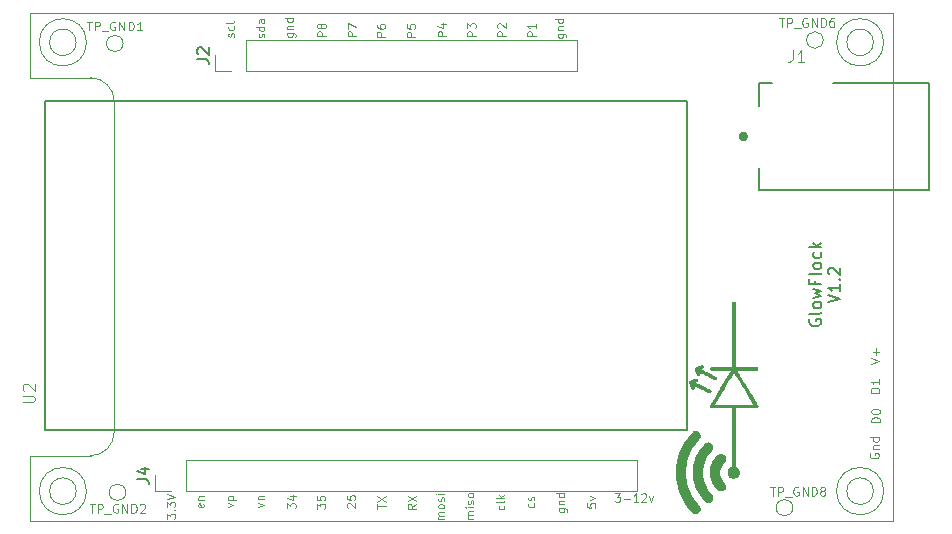
<source format=gbr>
G04 #@! TF.GenerationSoftware,KiCad,Pcbnew,5.99.0-unknown-308ab8caf~106~ubuntu18.04.1*
G04 #@! TF.CreationDate,2020-12-14T20:09:42-08:00*
G04 #@! TF.ProjectId,signal-board,7369676e-616c-42d6-926f-6172642e6b69,rev?*
G04 #@! TF.SameCoordinates,Original*
G04 #@! TF.FileFunction,Legend,Top*
G04 #@! TF.FilePolarity,Positive*
%FSLAX46Y46*%
G04 Gerber Fmt 4.6, Leading zero omitted, Abs format (unit mm)*
G04 Created by KiCad (PCBNEW 5.99.0-unknown-308ab8caf~106~ubuntu18.04.1) date 2020-12-14 20:09:42*
%MOMM*%
%LPD*%
G01*
G04 APERTURE LIST*
%ADD10C,0.100000*%
G04 #@! TA.AperFunction,Profile*
%ADD11C,0.100000*%
G04 #@! TD*
G04 #@! TA.AperFunction,Profile*
%ADD12C,0.120000*%
G04 #@! TD*
%ADD13C,0.150000*%
%ADD14C,0.015000*%
%ADD15C,0.120000*%
%ADD16C,0.127000*%
%ADD17C,0.400000*%
G04 APERTURE END LIST*
D10*
X102050000Y-100500000D02*
G75*
G03*
X102050000Y-100500000I-2000000J0D01*
G01*
X102050000Y-138500000D02*
G75*
G03*
X102050000Y-138500000I-2000000J0D01*
G01*
X169550000Y-138500000D02*
G75*
G03*
X169550000Y-138500000I-2000000J0D01*
G01*
X169550000Y-100500000D02*
G75*
G03*
X169550000Y-100500000I-2000000J0D01*
G01*
D11*
X170300000Y-141000000D02*
X170300000Y-98000000D01*
X170300000Y-141000000D02*
X97300000Y-141000000D01*
X97300000Y-135500000D02*
X97300000Y-141000000D01*
X104400000Y-133500000D02*
G75*
G02*
X102400000Y-135500000I-2000000J0D01*
G01*
X104400000Y-133500000D02*
X104400000Y-105500000D01*
X97300000Y-98000000D02*
X97300000Y-103500000D01*
D12*
X101175000Y-138500000D02*
G75*
G03*
X101175000Y-138500000I-1125000J0D01*
G01*
D11*
X102400000Y-103500000D02*
G75*
G02*
X104400000Y-105500000I0J-2000000D01*
G01*
D12*
X101175000Y-100500000D02*
G75*
G03*
X101175000Y-100500000I-1125000J0D01*
G01*
X97300000Y-98000000D02*
X170300000Y-98000000D01*
X168675000Y-138500000D02*
G75*
G03*
X168675000Y-138500000I-1125000J0D01*
G01*
D11*
X102400000Y-135500000D02*
X97300000Y-135500000D01*
D12*
X168675000Y-100500000D02*
G75*
G03*
X168675000Y-100500000I-1125000J0D01*
G01*
D11*
X102400000Y-103500000D02*
X97300000Y-103500000D01*
D10*
X127316666Y-100008466D02*
X126616666Y-100008466D01*
X126616666Y-99741800D01*
X126650000Y-99675133D01*
X126683333Y-99641800D01*
X126750000Y-99608466D01*
X126850000Y-99608466D01*
X126916666Y-99641800D01*
X126950000Y-99675133D01*
X126983333Y-99741800D01*
X126983333Y-100008466D01*
X126616666Y-99008466D02*
X126616666Y-99141800D01*
X126650000Y-99208466D01*
X126683333Y-99241800D01*
X126783333Y-99308466D01*
X126916666Y-99341800D01*
X127183333Y-99341800D01*
X127250000Y-99308466D01*
X127283333Y-99275133D01*
X127316666Y-99208466D01*
X127316666Y-99075133D01*
X127283333Y-99008466D01*
X127250000Y-98975133D01*
X127183333Y-98941800D01*
X127016666Y-98941800D01*
X126950000Y-98975133D01*
X126916666Y-99008466D01*
X126883333Y-99075133D01*
X126883333Y-99208466D01*
X126916666Y-99275133D01*
X126950000Y-99308466D01*
X127016666Y-99341800D01*
X124168733Y-139903133D02*
X124135400Y-139869800D01*
X124102066Y-139803133D01*
X124102066Y-139636466D01*
X124135400Y-139569800D01*
X124168733Y-139536466D01*
X124235400Y-139503133D01*
X124302066Y-139503133D01*
X124402066Y-139536466D01*
X124802066Y-139936466D01*
X124802066Y-139503133D01*
X124102066Y-138869800D02*
X124102066Y-139203133D01*
X124435400Y-139236466D01*
X124402066Y-139203133D01*
X124368733Y-139136466D01*
X124368733Y-138969800D01*
X124402066Y-138903133D01*
X124435400Y-138869800D01*
X124502066Y-138836466D01*
X124668733Y-138836466D01*
X124735400Y-138869800D01*
X124768733Y-138903133D01*
X124802066Y-138969800D01*
X124802066Y-139136466D01*
X124768733Y-139203133D01*
X124735400Y-139236466D01*
X129932866Y-139588066D02*
X129599533Y-139821400D01*
X129932866Y-139988066D02*
X129232866Y-139988066D01*
X129232866Y-139721400D01*
X129266200Y-139654733D01*
X129299533Y-139621400D01*
X129366200Y-139588066D01*
X129466200Y-139588066D01*
X129532866Y-139621400D01*
X129566200Y-139654733D01*
X129599533Y-139721400D01*
X129599533Y-139988066D01*
X129232866Y-139354733D02*
X129932866Y-138888066D01*
X129232866Y-138888066D02*
X129932866Y-139354733D01*
X142039200Y-139954733D02*
X142605866Y-139954733D01*
X142672533Y-139988066D01*
X142705866Y-140021400D01*
X142739200Y-140088066D01*
X142739200Y-140188066D01*
X142705866Y-140254733D01*
X142472533Y-139954733D02*
X142505866Y-140021400D01*
X142505866Y-140154733D01*
X142472533Y-140221400D01*
X142439200Y-140254733D01*
X142372533Y-140288066D01*
X142172533Y-140288066D01*
X142105866Y-140254733D01*
X142072533Y-140221400D01*
X142039200Y-140154733D01*
X142039200Y-140021400D01*
X142072533Y-139954733D01*
X142039200Y-139621400D02*
X142505866Y-139621400D01*
X142105866Y-139621400D02*
X142072533Y-139588066D01*
X142039200Y-139521400D01*
X142039200Y-139421400D01*
X142072533Y-139354733D01*
X142139200Y-139321400D01*
X142505866Y-139321400D01*
X142505866Y-138688066D02*
X141805866Y-138688066D01*
X142472533Y-138688066D02*
X142505866Y-138754733D01*
X142505866Y-138888066D01*
X142472533Y-138954733D01*
X142439200Y-138988066D01*
X142372533Y-139021400D01*
X142172533Y-139021400D01*
X142105866Y-138988066D01*
X142072533Y-138954733D01*
X142039200Y-138888066D01*
X142039200Y-138754733D01*
X142072533Y-138688066D01*
X119047466Y-139961866D02*
X119047466Y-139528533D01*
X119314133Y-139761866D01*
X119314133Y-139661866D01*
X119347466Y-139595200D01*
X119380800Y-139561866D01*
X119447466Y-139528533D01*
X119614133Y-139528533D01*
X119680800Y-139561866D01*
X119714133Y-139595200D01*
X119747466Y-139661866D01*
X119747466Y-139861866D01*
X119714133Y-139928533D01*
X119680800Y-139961866D01*
X119280800Y-138928533D02*
X119747466Y-138928533D01*
X119014133Y-139095200D02*
X119514133Y-139261866D01*
X119514133Y-138828533D01*
X121562066Y-139987266D02*
X121562066Y-139553933D01*
X121828733Y-139787266D01*
X121828733Y-139687266D01*
X121862066Y-139620600D01*
X121895400Y-139587266D01*
X121962066Y-139553933D01*
X122128733Y-139553933D01*
X122195400Y-139587266D01*
X122228733Y-139620600D01*
X122262066Y-139687266D01*
X122262066Y-139887266D01*
X122228733Y-139953933D01*
X122195400Y-139987266D01*
X121562066Y-138920600D02*
X121562066Y-139253933D01*
X121895400Y-139287266D01*
X121862066Y-139253933D01*
X121828733Y-139187266D01*
X121828733Y-139020600D01*
X121862066Y-138953933D01*
X121895400Y-138920600D01*
X121962066Y-138887266D01*
X122128733Y-138887266D01*
X122195400Y-138920600D01*
X122228733Y-138953933D01*
X122262066Y-139020600D01*
X122262066Y-139187266D01*
X122228733Y-139253933D01*
X122195400Y-139287266D01*
X129882066Y-100008466D02*
X129182066Y-100008466D01*
X129182066Y-99741800D01*
X129215400Y-99675133D01*
X129248733Y-99641800D01*
X129315400Y-99608466D01*
X129415400Y-99608466D01*
X129482066Y-99641800D01*
X129515400Y-99675133D01*
X129548733Y-99741800D01*
X129548733Y-100008466D01*
X129182066Y-98975133D02*
X129182066Y-99308466D01*
X129515400Y-99341800D01*
X129482066Y-99308466D01*
X129448733Y-99241800D01*
X129448733Y-99075133D01*
X129482066Y-99008466D01*
X129515400Y-98975133D01*
X129582066Y-98941800D01*
X129748733Y-98941800D01*
X129815400Y-98975133D01*
X129848733Y-99008466D01*
X129882066Y-99075133D01*
X129882066Y-99241800D01*
X129848733Y-99308466D01*
X129815400Y-99341800D01*
X126667466Y-139979333D02*
X126667466Y-139579333D01*
X127367466Y-139779333D02*
X126667466Y-139779333D01*
X126667466Y-139412666D02*
X127367466Y-138946000D01*
X126667466Y-138946000D02*
X127367466Y-139412666D01*
X144434766Y-139520600D02*
X144434766Y-139853933D01*
X144768100Y-139887266D01*
X144734766Y-139853933D01*
X144701433Y-139787266D01*
X144701433Y-139620600D01*
X144734766Y-139553933D01*
X144768100Y-139520600D01*
X144834766Y-139487266D01*
X145001433Y-139487266D01*
X145068100Y-139520600D01*
X145101433Y-139553933D01*
X145134766Y-139620600D01*
X145134766Y-139787266D01*
X145101433Y-139853933D01*
X145068100Y-139887266D01*
X144668100Y-139253933D02*
X145134766Y-139087266D01*
X144668100Y-138920600D01*
X114023000Y-139853133D02*
X114489666Y-139686466D01*
X114023000Y-139519800D01*
X114023000Y-139253133D02*
X114723000Y-139253133D01*
X114056333Y-139253133D02*
X114023000Y-139186466D01*
X114023000Y-139053133D01*
X114056333Y-138986466D01*
X114089666Y-138953133D01*
X114156333Y-138919800D01*
X114356333Y-138919800D01*
X114423000Y-138953133D01*
X114456333Y-138986466D01*
X114489666Y-139053133D01*
X114489666Y-139186466D01*
X114456333Y-139253133D01*
X124852866Y-99983066D02*
X124152866Y-99983066D01*
X124152866Y-99716400D01*
X124186200Y-99649733D01*
X124219533Y-99616400D01*
X124286200Y-99583066D01*
X124386200Y-99583066D01*
X124452866Y-99616400D01*
X124486200Y-99649733D01*
X124519533Y-99716400D01*
X124519533Y-99983066D01*
X124152866Y-99349733D02*
X124152866Y-98883066D01*
X124852866Y-99183066D01*
X132316666Y-140866666D02*
X131850000Y-140866666D01*
X131916666Y-140866666D02*
X131883333Y-140833333D01*
X131850000Y-140766666D01*
X131850000Y-140666666D01*
X131883333Y-140600000D01*
X131950000Y-140566666D01*
X132316666Y-140566666D01*
X131950000Y-140566666D02*
X131883333Y-140533333D01*
X131850000Y-140466666D01*
X131850000Y-140366666D01*
X131883333Y-140300000D01*
X131950000Y-140266666D01*
X132316666Y-140266666D01*
X132316666Y-139833333D02*
X132283333Y-139900000D01*
X132250000Y-139933333D01*
X132183333Y-139966666D01*
X131983333Y-139966666D01*
X131916666Y-139933333D01*
X131883333Y-139900000D01*
X131850000Y-139833333D01*
X131850000Y-139733333D01*
X131883333Y-139666666D01*
X131916666Y-139633333D01*
X131983333Y-139600000D01*
X132183333Y-139600000D01*
X132250000Y-139633333D01*
X132283333Y-139666666D01*
X132316666Y-139733333D01*
X132316666Y-139833333D01*
X132283333Y-139333333D02*
X132316666Y-139266666D01*
X132316666Y-139133333D01*
X132283333Y-139066666D01*
X132216666Y-139033333D01*
X132183333Y-139033333D01*
X132116666Y-139066666D01*
X132083333Y-139133333D01*
X132083333Y-139233333D01*
X132050000Y-139300000D01*
X131983333Y-139333333D01*
X131950000Y-139333333D01*
X131883333Y-139300000D01*
X131850000Y-139233333D01*
X131850000Y-139133333D01*
X131883333Y-139066666D01*
X132316666Y-138733333D02*
X131850000Y-138733333D01*
X131616666Y-138733333D02*
X131650000Y-138766666D01*
X131683333Y-138733333D01*
X131650000Y-138700000D01*
X131616666Y-138733333D01*
X131683333Y-138733333D01*
X146799500Y-138694366D02*
X147232833Y-138694366D01*
X146999500Y-138961033D01*
X147099500Y-138961033D01*
X147166166Y-138994366D01*
X147199500Y-139027700D01*
X147232833Y-139094366D01*
X147232833Y-139261033D01*
X147199500Y-139327700D01*
X147166166Y-139361033D01*
X147099500Y-139394366D01*
X146899500Y-139394366D01*
X146832833Y-139361033D01*
X146799500Y-139327700D01*
X147532833Y-139127700D02*
X148066166Y-139127700D01*
X148766166Y-139394366D02*
X148366166Y-139394366D01*
X148566166Y-139394366D02*
X148566166Y-138694366D01*
X148499500Y-138794366D01*
X148432833Y-138861033D01*
X148366166Y-138894366D01*
X149032833Y-138761033D02*
X149066166Y-138727700D01*
X149132833Y-138694366D01*
X149299500Y-138694366D01*
X149366166Y-138727700D01*
X149399500Y-138761033D01*
X149432833Y-138827700D01*
X149432833Y-138894366D01*
X149399500Y-138994366D01*
X148999500Y-139394366D01*
X149432833Y-139394366D01*
X149666166Y-138927700D02*
X149832833Y-139394366D01*
X149999500Y-138927700D01*
X137379833Y-139720600D02*
X137413166Y-139787266D01*
X137413166Y-139920600D01*
X137379833Y-139987266D01*
X137346500Y-140020600D01*
X137279833Y-140053933D01*
X137079833Y-140053933D01*
X137013166Y-140020600D01*
X136979833Y-139987266D01*
X136946500Y-139920600D01*
X136946500Y-139787266D01*
X136979833Y-139720600D01*
X137413166Y-139320600D02*
X137379833Y-139387266D01*
X137313166Y-139420600D01*
X136713166Y-139420600D01*
X137413166Y-139053933D02*
X136713166Y-139053933D01*
X137146500Y-138987266D02*
X137413166Y-138787266D01*
X136946500Y-138787266D02*
X137213166Y-139053933D01*
X114507133Y-100023533D02*
X114540466Y-99956866D01*
X114540466Y-99823533D01*
X114507133Y-99756866D01*
X114440466Y-99723533D01*
X114407133Y-99723533D01*
X114340466Y-99756866D01*
X114307133Y-99823533D01*
X114307133Y-99923533D01*
X114273800Y-99990200D01*
X114207133Y-100023533D01*
X114173800Y-100023533D01*
X114107133Y-99990200D01*
X114073800Y-99923533D01*
X114073800Y-99823533D01*
X114107133Y-99756866D01*
X114507133Y-99123533D02*
X114540466Y-99190200D01*
X114540466Y-99323533D01*
X114507133Y-99390200D01*
X114473800Y-99423533D01*
X114407133Y-99456866D01*
X114207133Y-99456866D01*
X114140466Y-99423533D01*
X114107133Y-99390200D01*
X114073800Y-99323533D01*
X114073800Y-99190200D01*
X114107133Y-99123533D01*
X114540466Y-98723533D02*
X114507133Y-98790200D01*
X114440466Y-98823533D01*
X113840466Y-98823533D01*
X132498266Y-99983066D02*
X131798266Y-99983066D01*
X131798266Y-99716400D01*
X131831600Y-99649733D01*
X131864933Y-99616400D01*
X131931600Y-99583066D01*
X132031600Y-99583066D01*
X132098266Y-99616400D01*
X132131600Y-99649733D01*
X132164933Y-99716400D01*
X132164933Y-99983066D01*
X132031600Y-98983066D02*
X132498266Y-98983066D01*
X131764933Y-99149733D02*
X132264933Y-99316400D01*
X132264933Y-98883066D01*
X117085233Y-100084633D02*
X117118566Y-100017966D01*
X117118566Y-99884633D01*
X117085233Y-99817966D01*
X117018566Y-99784633D01*
X116985233Y-99784633D01*
X116918566Y-99817966D01*
X116885233Y-99884633D01*
X116885233Y-99984633D01*
X116851900Y-100051300D01*
X116785233Y-100084633D01*
X116751900Y-100084633D01*
X116685233Y-100051300D01*
X116651900Y-99984633D01*
X116651900Y-99884633D01*
X116685233Y-99817966D01*
X117118566Y-99184633D02*
X116418566Y-99184633D01*
X117085233Y-99184633D02*
X117118566Y-99251300D01*
X117118566Y-99384633D01*
X117085233Y-99451300D01*
X117051900Y-99484633D01*
X116985233Y-99517966D01*
X116785233Y-99517966D01*
X116718566Y-99484633D01*
X116685233Y-99451300D01*
X116651900Y-99384633D01*
X116651900Y-99251300D01*
X116685233Y-99184633D01*
X117118566Y-98551300D02*
X116751900Y-98551300D01*
X116685233Y-98584633D01*
X116651900Y-98651300D01*
X116651900Y-98784633D01*
X116685233Y-98851300D01*
X117085233Y-98551300D02*
X117118566Y-98617966D01*
X117118566Y-98784633D01*
X117085233Y-98851300D01*
X117018566Y-98884633D01*
X116951900Y-98884633D01*
X116885233Y-98851300D01*
X116851900Y-98784633D01*
X116851900Y-98617966D01*
X116818566Y-98551300D01*
X139907133Y-139537266D02*
X139940466Y-139603933D01*
X139940466Y-139737266D01*
X139907133Y-139803933D01*
X139873800Y-139837266D01*
X139807133Y-139870600D01*
X139607133Y-139870600D01*
X139540466Y-139837266D01*
X139507133Y-139803933D01*
X139473800Y-139737266D01*
X139473800Y-139603933D01*
X139507133Y-139537266D01*
X139907133Y-139270600D02*
X139940466Y-139203933D01*
X139940466Y-139070600D01*
X139907133Y-139003933D01*
X139840466Y-138970600D01*
X139807133Y-138970600D01*
X139740466Y-139003933D01*
X139707133Y-139070600D01*
X139707133Y-139170600D01*
X139673800Y-139237266D01*
X139607133Y-139270600D01*
X139573800Y-139270600D01*
X139507133Y-139237266D01*
X139473800Y-139170600D01*
X139473800Y-139070600D01*
X139507133Y-139003933D01*
X122287466Y-99983066D02*
X121587466Y-99983066D01*
X121587466Y-99716400D01*
X121620800Y-99649733D01*
X121654133Y-99616400D01*
X121720800Y-99583066D01*
X121820800Y-99583066D01*
X121887466Y-99616400D01*
X121920800Y-99649733D01*
X121954133Y-99716400D01*
X121954133Y-99983066D01*
X121887466Y-99183066D02*
X121854133Y-99249733D01*
X121820800Y-99283066D01*
X121754133Y-99316400D01*
X121720800Y-99316400D01*
X121654133Y-99283066D01*
X121620800Y-99249733D01*
X121587466Y-99183066D01*
X121587466Y-99049733D01*
X121620800Y-98983066D01*
X121654133Y-98949733D01*
X121720800Y-98916400D01*
X121754133Y-98916400D01*
X121820800Y-98949733D01*
X121854133Y-98983066D01*
X121887466Y-99049733D01*
X121887466Y-99183066D01*
X121920800Y-99249733D01*
X121954133Y-99283066D01*
X122020800Y-99316400D01*
X122154133Y-99316400D01*
X122220800Y-99283066D01*
X122254133Y-99249733D01*
X122287466Y-99183066D01*
X122287466Y-99049733D01*
X122254133Y-98983066D01*
X122220800Y-98949733D01*
X122154133Y-98916400D01*
X122020800Y-98916400D01*
X121954133Y-98949733D01*
X121920800Y-98983066D01*
X121887466Y-99049733D01*
X119052200Y-99721133D02*
X119618866Y-99721133D01*
X119685533Y-99754466D01*
X119718866Y-99787800D01*
X119752200Y-99854466D01*
X119752200Y-99954466D01*
X119718866Y-100021133D01*
X119485533Y-99721133D02*
X119518866Y-99787800D01*
X119518866Y-99921133D01*
X119485533Y-99987800D01*
X119452200Y-100021133D01*
X119385533Y-100054466D01*
X119185533Y-100054466D01*
X119118866Y-100021133D01*
X119085533Y-99987800D01*
X119052200Y-99921133D01*
X119052200Y-99787800D01*
X119085533Y-99721133D01*
X119052200Y-99387800D02*
X119518866Y-99387800D01*
X119118866Y-99387800D02*
X119085533Y-99354466D01*
X119052200Y-99287800D01*
X119052200Y-99187800D01*
X119085533Y-99121133D01*
X119152200Y-99087800D01*
X119518866Y-99087800D01*
X119518866Y-98454466D02*
X118818866Y-98454466D01*
X119485533Y-98454466D02*
X119518866Y-98521133D01*
X119518866Y-98654466D01*
X119485533Y-98721133D01*
X119452200Y-98754466D01*
X119385533Y-98787800D01*
X119185533Y-98787800D01*
X119118866Y-98754466D01*
X119085533Y-98721133D01*
X119052200Y-98654466D01*
X119052200Y-98521133D01*
X119085533Y-98454466D01*
X141950300Y-99784633D02*
X142516966Y-99784633D01*
X142583633Y-99817966D01*
X142616966Y-99851300D01*
X142650300Y-99917966D01*
X142650300Y-100017966D01*
X142616966Y-100084633D01*
X142383633Y-99784633D02*
X142416966Y-99851300D01*
X142416966Y-99984633D01*
X142383633Y-100051300D01*
X142350300Y-100084633D01*
X142283633Y-100117966D01*
X142083633Y-100117966D01*
X142016966Y-100084633D01*
X141983633Y-100051300D01*
X141950300Y-99984633D01*
X141950300Y-99851300D01*
X141983633Y-99784633D01*
X141950300Y-99451300D02*
X142416966Y-99451300D01*
X142016966Y-99451300D02*
X141983633Y-99417966D01*
X141950300Y-99351300D01*
X141950300Y-99251300D01*
X141983633Y-99184633D01*
X142050300Y-99151300D01*
X142416966Y-99151300D01*
X142416966Y-98517966D02*
X141716966Y-98517966D01*
X142383633Y-98517966D02*
X142416966Y-98584633D01*
X142416966Y-98717966D01*
X142383633Y-98784633D01*
X142350300Y-98817966D01*
X142283633Y-98851300D01*
X142083633Y-98851300D01*
X142016966Y-98817966D01*
X141983633Y-98784633D01*
X141950300Y-98717966D01*
X141950300Y-98584633D01*
X141983633Y-98517966D01*
X140067466Y-99983066D02*
X139367466Y-99983066D01*
X139367466Y-99716400D01*
X139400800Y-99649733D01*
X139434133Y-99616400D01*
X139500800Y-99583066D01*
X139600800Y-99583066D01*
X139667466Y-99616400D01*
X139700800Y-99649733D01*
X139734133Y-99716400D01*
X139734133Y-99983066D01*
X140067466Y-98916400D02*
X140067466Y-99316400D01*
X140067466Y-99116400D02*
X139367466Y-99116400D01*
X139467466Y-99183066D01*
X139534133Y-99249733D01*
X139567466Y-99316400D01*
X108866666Y-140833333D02*
X108866666Y-140400000D01*
X109133333Y-140633333D01*
X109133333Y-140533333D01*
X109166666Y-140466666D01*
X109200000Y-140433333D01*
X109266666Y-140400000D01*
X109433333Y-140400000D01*
X109500000Y-140433333D01*
X109533333Y-140466666D01*
X109566666Y-140533333D01*
X109566666Y-140733333D01*
X109533333Y-140800000D01*
X109500000Y-140833333D01*
X109500000Y-140100000D02*
X109533333Y-140066666D01*
X109566666Y-140100000D01*
X109533333Y-140133333D01*
X109500000Y-140100000D01*
X109566666Y-140100000D01*
X108866666Y-139833333D02*
X108866666Y-139400000D01*
X109133333Y-139633333D01*
X109133333Y-139533333D01*
X109166666Y-139466666D01*
X109200000Y-139433333D01*
X109266666Y-139400000D01*
X109433333Y-139400000D01*
X109500000Y-139433333D01*
X109533333Y-139466666D01*
X109566666Y-139533333D01*
X109566666Y-139733333D01*
X109533333Y-139800000D01*
X109500000Y-139833333D01*
X108866666Y-139200000D02*
X109566666Y-138966666D01*
X108866666Y-138733333D01*
X134987466Y-99957666D02*
X134287466Y-99957666D01*
X134287466Y-99691000D01*
X134320800Y-99624333D01*
X134354133Y-99591000D01*
X134420800Y-99557666D01*
X134520800Y-99557666D01*
X134587466Y-99591000D01*
X134620800Y-99624333D01*
X134654133Y-99691000D01*
X134654133Y-99957666D01*
X134287466Y-99324333D02*
X134287466Y-98891000D01*
X134554133Y-99124333D01*
X134554133Y-99024333D01*
X134587466Y-98957666D01*
X134620800Y-98924333D01*
X134687466Y-98891000D01*
X134854133Y-98891000D01*
X134920800Y-98924333D01*
X134954133Y-98957666D01*
X134987466Y-99024333D01*
X134987466Y-99224333D01*
X134954133Y-99291000D01*
X134920800Y-99324333D01*
X134809666Y-140816666D02*
X134343000Y-140816666D01*
X134409666Y-140816666D02*
X134376333Y-140783333D01*
X134343000Y-140716666D01*
X134343000Y-140616666D01*
X134376333Y-140550000D01*
X134443000Y-140516666D01*
X134809666Y-140516666D01*
X134443000Y-140516666D02*
X134376333Y-140483333D01*
X134343000Y-140416666D01*
X134343000Y-140316666D01*
X134376333Y-140250000D01*
X134443000Y-140216666D01*
X134809666Y-140216666D01*
X134809666Y-139883333D02*
X134343000Y-139883333D01*
X134109666Y-139883333D02*
X134143000Y-139916666D01*
X134176333Y-139883333D01*
X134143000Y-139850000D01*
X134109666Y-139883333D01*
X134176333Y-139883333D01*
X134776333Y-139583333D02*
X134809666Y-139516666D01*
X134809666Y-139383333D01*
X134776333Y-139316666D01*
X134709666Y-139283333D01*
X134676333Y-139283333D01*
X134609666Y-139316666D01*
X134576333Y-139383333D01*
X134576333Y-139483333D01*
X134543000Y-139550000D01*
X134476333Y-139583333D01*
X134443000Y-139583333D01*
X134376333Y-139550000D01*
X134343000Y-139483333D01*
X134343000Y-139383333D01*
X134376333Y-139316666D01*
X134809666Y-138883333D02*
X134776333Y-138950000D01*
X134743000Y-138983333D01*
X134676333Y-139016666D01*
X134476333Y-139016666D01*
X134409666Y-138983333D01*
X134376333Y-138950000D01*
X134343000Y-138883333D01*
X134343000Y-138783333D01*
X134376333Y-138716666D01*
X134409666Y-138683333D01*
X134476333Y-138650000D01*
X134676333Y-138650000D01*
X134743000Y-138683333D01*
X134776333Y-138716666D01*
X134809666Y-138783333D01*
X134809666Y-138883333D01*
X116588400Y-139802333D02*
X117055066Y-139635666D01*
X116588400Y-139469000D01*
X116588400Y-139202333D02*
X117055066Y-139202333D01*
X116655066Y-139202333D02*
X116621733Y-139169000D01*
X116588400Y-139102333D01*
X116588400Y-139002333D01*
X116621733Y-138935666D01*
X116688400Y-138902333D01*
X117055066Y-138902333D01*
X137527466Y-99957666D02*
X136827466Y-99957666D01*
X136827466Y-99691000D01*
X136860800Y-99624333D01*
X136894133Y-99591000D01*
X136960800Y-99557666D01*
X137060800Y-99557666D01*
X137127466Y-99591000D01*
X137160800Y-99624333D01*
X137194133Y-99691000D01*
X137194133Y-99957666D01*
X136894133Y-99291000D02*
X136860800Y-99257666D01*
X136827466Y-99191000D01*
X136827466Y-99024333D01*
X136860800Y-98957666D01*
X136894133Y-98924333D01*
X136960800Y-98891000D01*
X137027466Y-98891000D01*
X137127466Y-98924333D01*
X137527466Y-99324333D01*
X137527466Y-98891000D01*
X111941733Y-139578533D02*
X111975066Y-139645200D01*
X111975066Y-139778533D01*
X111941733Y-139845200D01*
X111875066Y-139878533D01*
X111608400Y-139878533D01*
X111541733Y-139845200D01*
X111508400Y-139778533D01*
X111508400Y-139645200D01*
X111541733Y-139578533D01*
X111608400Y-139545200D01*
X111675066Y-139545200D01*
X111741733Y-139878533D01*
X111508400Y-139245200D02*
X111975066Y-139245200D01*
X111575066Y-139245200D02*
X111541733Y-139211866D01*
X111508400Y-139145200D01*
X111508400Y-139045200D01*
X111541733Y-138978533D01*
X111608400Y-138945200D01*
X111975066Y-138945200D01*
D13*
X163295000Y-123952380D02*
X163247380Y-124047619D01*
X163247380Y-124190476D01*
X163295000Y-124333333D01*
X163390238Y-124428571D01*
X163485476Y-124476190D01*
X163675952Y-124523809D01*
X163818809Y-124523809D01*
X164009285Y-124476190D01*
X164104523Y-124428571D01*
X164199761Y-124333333D01*
X164247380Y-124190476D01*
X164247380Y-124095238D01*
X164199761Y-123952380D01*
X164152142Y-123904761D01*
X163818809Y-123904761D01*
X163818809Y-124095238D01*
X164247380Y-123333333D02*
X164199761Y-123428571D01*
X164104523Y-123476190D01*
X163247380Y-123476190D01*
X164247380Y-122809523D02*
X164199761Y-122904761D01*
X164152142Y-122952380D01*
X164056904Y-123000000D01*
X163771190Y-123000000D01*
X163675952Y-122952380D01*
X163628333Y-122904761D01*
X163580714Y-122809523D01*
X163580714Y-122666666D01*
X163628333Y-122571428D01*
X163675952Y-122523809D01*
X163771190Y-122476190D01*
X164056904Y-122476190D01*
X164152142Y-122523809D01*
X164199761Y-122571428D01*
X164247380Y-122666666D01*
X164247380Y-122809523D01*
X163580714Y-122142857D02*
X164247380Y-121952380D01*
X163771190Y-121761904D01*
X164247380Y-121571428D01*
X163580714Y-121380952D01*
X163723571Y-120666666D02*
X163723571Y-121000000D01*
X164247380Y-121000000D02*
X163247380Y-121000000D01*
X163247380Y-120523809D01*
X164247380Y-120000000D02*
X164199761Y-120095238D01*
X164104523Y-120142857D01*
X163247380Y-120142857D01*
X164247380Y-119476190D02*
X164199761Y-119571428D01*
X164152142Y-119619047D01*
X164056904Y-119666666D01*
X163771190Y-119666666D01*
X163675952Y-119619047D01*
X163628333Y-119571428D01*
X163580714Y-119476190D01*
X163580714Y-119333333D01*
X163628333Y-119238095D01*
X163675952Y-119190476D01*
X163771190Y-119142857D01*
X164056904Y-119142857D01*
X164152142Y-119190476D01*
X164199761Y-119238095D01*
X164247380Y-119333333D01*
X164247380Y-119476190D01*
X164199761Y-118285714D02*
X164247380Y-118380952D01*
X164247380Y-118571428D01*
X164199761Y-118666666D01*
X164152142Y-118714285D01*
X164056904Y-118761904D01*
X163771190Y-118761904D01*
X163675952Y-118714285D01*
X163628333Y-118666666D01*
X163580714Y-118571428D01*
X163580714Y-118380952D01*
X163628333Y-118285714D01*
X164247380Y-117857142D02*
X163247380Y-117857142D01*
X163866428Y-117761904D02*
X164247380Y-117476190D01*
X163580714Y-117476190D02*
X163961666Y-117857142D01*
X164857380Y-122523809D02*
X165857380Y-122190476D01*
X164857380Y-121857142D01*
X165857380Y-121000000D02*
X165857380Y-121571428D01*
X165857380Y-121285714D02*
X164857380Y-121285714D01*
X165000238Y-121380952D01*
X165095476Y-121476190D01*
X165143095Y-121571428D01*
X165762142Y-120571428D02*
X165809761Y-120523809D01*
X165857380Y-120571428D01*
X165809761Y-120619047D01*
X165762142Y-120571428D01*
X165857380Y-120571428D01*
X164952619Y-120142857D02*
X164905000Y-120095238D01*
X164857380Y-120000000D01*
X164857380Y-119761904D01*
X164905000Y-119666666D01*
X164952619Y-119619047D01*
X165047857Y-119571428D01*
X165143095Y-119571428D01*
X165285952Y-119619047D01*
X165857380Y-120190476D01*
X165857380Y-119571428D01*
G04 #@! TO.C,J4*
X106342380Y-137493333D02*
X107056666Y-137493333D01*
X107199523Y-137540952D01*
X107294761Y-137636190D01*
X107342380Y-137779047D01*
X107342380Y-137874285D01*
X106675714Y-136588571D02*
X107342380Y-136588571D01*
X106294761Y-136826666D02*
X107009047Y-137064761D01*
X107009047Y-136445714D01*
D14*
G04 #@! TO.C,J1*
X161826769Y-101162035D02*
X161826769Y-101876354D01*
X161779147Y-102019218D01*
X161683905Y-102114460D01*
X161541041Y-102162082D01*
X161445798Y-102162082D01*
X162826816Y-102162082D02*
X162255360Y-102162082D01*
X162541088Y-102162082D02*
X162541088Y-101162035D01*
X162445845Y-101304899D01*
X162350603Y-101400141D01*
X162255360Y-101447762D01*
D13*
G04 #@! TO.C,J2*
X111422380Y-101933333D02*
X112136666Y-101933333D01*
X112279523Y-101980952D01*
X112374761Y-102076190D01*
X112422380Y-102219047D01*
X112422380Y-102314285D01*
X111517619Y-101504761D02*
X111470000Y-101457142D01*
X111422380Y-101361904D01*
X111422380Y-101123809D01*
X111470000Y-101028571D01*
X111517619Y-100980952D01*
X111612857Y-100933333D01*
X111708095Y-100933333D01*
X111850952Y-100980952D01*
X112422380Y-101552380D01*
X112422380Y-100933333D01*
D10*
G04 #@! TO.C,TP_GND1*
X102075000Y-98741285D02*
X102503571Y-98741285D01*
X102289285Y-99491285D02*
X102289285Y-98741285D01*
X102753571Y-99491285D02*
X102753571Y-98741285D01*
X103039285Y-98741285D01*
X103110714Y-98777000D01*
X103146428Y-98812714D01*
X103182142Y-98884142D01*
X103182142Y-98991285D01*
X103146428Y-99062714D01*
X103110714Y-99098428D01*
X103039285Y-99134142D01*
X102753571Y-99134142D01*
X103325000Y-99562714D02*
X103896428Y-99562714D01*
X104467857Y-98777000D02*
X104396428Y-98741285D01*
X104289285Y-98741285D01*
X104182142Y-98777000D01*
X104110714Y-98848428D01*
X104075000Y-98919857D01*
X104039285Y-99062714D01*
X104039285Y-99169857D01*
X104075000Y-99312714D01*
X104110714Y-99384142D01*
X104182142Y-99455571D01*
X104289285Y-99491285D01*
X104360714Y-99491285D01*
X104467857Y-99455571D01*
X104503571Y-99419857D01*
X104503571Y-99169857D01*
X104360714Y-99169857D01*
X104825000Y-99491285D02*
X104825000Y-98741285D01*
X105253571Y-99491285D01*
X105253571Y-98741285D01*
X105610714Y-99491285D02*
X105610714Y-98741285D01*
X105789285Y-98741285D01*
X105896428Y-98777000D01*
X105967857Y-98848428D01*
X106003571Y-98919857D01*
X106039285Y-99062714D01*
X106039285Y-99169857D01*
X106003571Y-99312714D01*
X105967857Y-99384142D01*
X105896428Y-99455571D01*
X105789285Y-99491285D01*
X105610714Y-99491285D01*
X106753571Y-99491285D02*
X106325000Y-99491285D01*
X106539285Y-99491285D02*
X106539285Y-98741285D01*
X106467857Y-98848428D01*
X106396428Y-98919857D01*
X106325000Y-98955571D01*
G04 #@! TO.C,TP_GND6*
X160693000Y-98446085D02*
X161121571Y-98446085D01*
X160907285Y-99196085D02*
X160907285Y-98446085D01*
X161371571Y-99196085D02*
X161371571Y-98446085D01*
X161657285Y-98446085D01*
X161728714Y-98481800D01*
X161764428Y-98517514D01*
X161800142Y-98588942D01*
X161800142Y-98696085D01*
X161764428Y-98767514D01*
X161728714Y-98803228D01*
X161657285Y-98838942D01*
X161371571Y-98838942D01*
X161943000Y-99267514D02*
X162514428Y-99267514D01*
X163085857Y-98481800D02*
X163014428Y-98446085D01*
X162907285Y-98446085D01*
X162800142Y-98481800D01*
X162728714Y-98553228D01*
X162693000Y-98624657D01*
X162657285Y-98767514D01*
X162657285Y-98874657D01*
X162693000Y-99017514D01*
X162728714Y-99088942D01*
X162800142Y-99160371D01*
X162907285Y-99196085D01*
X162978714Y-99196085D01*
X163085857Y-99160371D01*
X163121571Y-99124657D01*
X163121571Y-98874657D01*
X162978714Y-98874657D01*
X163443000Y-99196085D02*
X163443000Y-98446085D01*
X163871571Y-99196085D01*
X163871571Y-98446085D01*
X164228714Y-99196085D02*
X164228714Y-98446085D01*
X164407285Y-98446085D01*
X164514428Y-98481800D01*
X164585857Y-98553228D01*
X164621571Y-98624657D01*
X164657285Y-98767514D01*
X164657285Y-98874657D01*
X164621571Y-99017514D01*
X164585857Y-99088942D01*
X164514428Y-99160371D01*
X164407285Y-99196085D01*
X164228714Y-99196085D01*
X165300142Y-98446085D02*
X165157285Y-98446085D01*
X165085857Y-98481800D01*
X165050142Y-98517514D01*
X164978714Y-98624657D01*
X164943000Y-98767514D01*
X164943000Y-99053228D01*
X164978714Y-99124657D01*
X165014428Y-99160371D01*
X165085857Y-99196085D01*
X165228714Y-99196085D01*
X165300142Y-99160371D01*
X165335857Y-99124657D01*
X165371571Y-99053228D01*
X165371571Y-98874657D01*
X165335857Y-98803228D01*
X165300142Y-98767514D01*
X165228714Y-98731800D01*
X165085857Y-98731800D01*
X165014428Y-98767514D01*
X164978714Y-98803228D01*
X164943000Y-98874657D01*
G04 #@! TO.C,TP_GND2*
X102325000Y-139589285D02*
X102753571Y-139589285D01*
X102539285Y-140339285D02*
X102539285Y-139589285D01*
X103003571Y-140339285D02*
X103003571Y-139589285D01*
X103289285Y-139589285D01*
X103360714Y-139625000D01*
X103396428Y-139660714D01*
X103432142Y-139732142D01*
X103432142Y-139839285D01*
X103396428Y-139910714D01*
X103360714Y-139946428D01*
X103289285Y-139982142D01*
X103003571Y-139982142D01*
X103575000Y-140410714D02*
X104146428Y-140410714D01*
X104717857Y-139625000D02*
X104646428Y-139589285D01*
X104539285Y-139589285D01*
X104432142Y-139625000D01*
X104360714Y-139696428D01*
X104325000Y-139767857D01*
X104289285Y-139910714D01*
X104289285Y-140017857D01*
X104325000Y-140160714D01*
X104360714Y-140232142D01*
X104432142Y-140303571D01*
X104539285Y-140339285D01*
X104610714Y-140339285D01*
X104717857Y-140303571D01*
X104753571Y-140267857D01*
X104753571Y-140017857D01*
X104610714Y-140017857D01*
X105075000Y-140339285D02*
X105075000Y-139589285D01*
X105503571Y-140339285D01*
X105503571Y-139589285D01*
X105860714Y-140339285D02*
X105860714Y-139589285D01*
X106039285Y-139589285D01*
X106146428Y-139625000D01*
X106217857Y-139696428D01*
X106253571Y-139767857D01*
X106289285Y-139910714D01*
X106289285Y-140017857D01*
X106253571Y-140160714D01*
X106217857Y-140232142D01*
X106146428Y-140303571D01*
X106039285Y-140339285D01*
X105860714Y-140339285D01*
X106575000Y-139660714D02*
X106610714Y-139625000D01*
X106682142Y-139589285D01*
X106860714Y-139589285D01*
X106932142Y-139625000D01*
X106967857Y-139660714D01*
X107003571Y-139732142D01*
X107003571Y-139803571D01*
X106967857Y-139910714D01*
X106539285Y-140339285D01*
X107003571Y-140339285D01*
G04 #@! TO.C,J3*
X169189285Y-130153571D02*
X168439285Y-130153571D01*
X168439285Y-129975000D01*
X168475000Y-129867857D01*
X168546428Y-129796428D01*
X168617857Y-129760714D01*
X168760714Y-129725000D01*
X168867857Y-129725000D01*
X169010714Y-129760714D01*
X169082142Y-129796428D01*
X169153571Y-129867857D01*
X169189285Y-129975000D01*
X169189285Y-130153571D01*
X169189285Y-129010714D02*
X169189285Y-129439285D01*
X169189285Y-129225000D02*
X168439285Y-129225000D01*
X168546428Y-129296428D01*
X168617857Y-129367857D01*
X168653571Y-129439285D01*
X169239285Y-132678571D02*
X168489285Y-132678571D01*
X168489285Y-132500000D01*
X168525000Y-132392857D01*
X168596428Y-132321428D01*
X168667857Y-132285714D01*
X168810714Y-132250000D01*
X168917857Y-132250000D01*
X169060714Y-132285714D01*
X169132142Y-132321428D01*
X169203571Y-132392857D01*
X169239285Y-132500000D01*
X169239285Y-132678571D01*
X168489285Y-131785714D02*
X168489285Y-131714285D01*
X168525000Y-131642857D01*
X168560714Y-131607142D01*
X168632142Y-131571428D01*
X168775000Y-131535714D01*
X168953571Y-131535714D01*
X169096428Y-131571428D01*
X169167857Y-131607142D01*
X169203571Y-131642857D01*
X169239285Y-131714285D01*
X169239285Y-131785714D01*
X169203571Y-131857142D01*
X169167857Y-131892857D01*
X169096428Y-131928571D01*
X168953571Y-131964285D01*
X168775000Y-131964285D01*
X168632142Y-131928571D01*
X168560714Y-131892857D01*
X168525000Y-131857142D01*
X168489285Y-131785714D01*
X168425000Y-135307142D02*
X168389285Y-135378571D01*
X168389285Y-135485714D01*
X168425000Y-135592857D01*
X168496428Y-135664285D01*
X168567857Y-135700000D01*
X168710714Y-135735714D01*
X168817857Y-135735714D01*
X168960714Y-135700000D01*
X169032142Y-135664285D01*
X169103571Y-135592857D01*
X169139285Y-135485714D01*
X169139285Y-135414285D01*
X169103571Y-135307142D01*
X169067857Y-135271428D01*
X168817857Y-135271428D01*
X168817857Y-135414285D01*
X168639285Y-134950000D02*
X169139285Y-134950000D01*
X168710714Y-134950000D02*
X168675000Y-134914285D01*
X168639285Y-134842857D01*
X168639285Y-134735714D01*
X168675000Y-134664285D01*
X168746428Y-134628571D01*
X169139285Y-134628571D01*
X169139285Y-133950000D02*
X168389285Y-133950000D01*
X169103571Y-133950000D02*
X169139285Y-134021428D01*
X169139285Y-134164285D01*
X169103571Y-134235714D01*
X169067857Y-134271428D01*
X168996428Y-134307142D01*
X168782142Y-134307142D01*
X168710714Y-134271428D01*
X168675000Y-134235714D01*
X168639285Y-134164285D01*
X168639285Y-134021428D01*
X168675000Y-133950000D01*
X168439285Y-127739285D02*
X169189285Y-127489285D01*
X168439285Y-127239285D01*
X168903571Y-126989285D02*
X168903571Y-126417857D01*
X169189285Y-126703571D02*
X168617857Y-126703571D01*
D14*
G04 #@! TO.C,U2*
X96656124Y-130991373D02*
X97465960Y-130991373D01*
X97561235Y-130943736D01*
X97608873Y-130896099D01*
X97656510Y-130800824D01*
X97656510Y-130610274D01*
X97608873Y-130514999D01*
X97561235Y-130467362D01*
X97465960Y-130419724D01*
X96656124Y-130419724D01*
X96751399Y-129990987D02*
X96703762Y-129943350D01*
X96656124Y-129848075D01*
X96656124Y-129609888D01*
X96703762Y-129514613D01*
X96751399Y-129466976D01*
X96846674Y-129419338D01*
X96941949Y-129419338D01*
X97084861Y-129466976D01*
X97656510Y-130038625D01*
X97656510Y-129419338D01*
D10*
G04 #@! TO.C,TP_GND8*
X159925000Y-138139285D02*
X160353571Y-138139285D01*
X160139285Y-138889285D02*
X160139285Y-138139285D01*
X160603571Y-138889285D02*
X160603571Y-138139285D01*
X160889285Y-138139285D01*
X160960714Y-138175000D01*
X160996428Y-138210714D01*
X161032142Y-138282142D01*
X161032142Y-138389285D01*
X160996428Y-138460714D01*
X160960714Y-138496428D01*
X160889285Y-138532142D01*
X160603571Y-138532142D01*
X161175000Y-138960714D02*
X161746428Y-138960714D01*
X162317857Y-138175000D02*
X162246428Y-138139285D01*
X162139285Y-138139285D01*
X162032142Y-138175000D01*
X161960714Y-138246428D01*
X161925000Y-138317857D01*
X161889285Y-138460714D01*
X161889285Y-138567857D01*
X161925000Y-138710714D01*
X161960714Y-138782142D01*
X162032142Y-138853571D01*
X162139285Y-138889285D01*
X162210714Y-138889285D01*
X162317857Y-138853571D01*
X162353571Y-138817857D01*
X162353571Y-138567857D01*
X162210714Y-138567857D01*
X162675000Y-138889285D02*
X162675000Y-138139285D01*
X163103571Y-138889285D01*
X163103571Y-138139285D01*
X163460714Y-138889285D02*
X163460714Y-138139285D01*
X163639285Y-138139285D01*
X163746428Y-138175000D01*
X163817857Y-138246428D01*
X163853571Y-138317857D01*
X163889285Y-138460714D01*
X163889285Y-138567857D01*
X163853571Y-138710714D01*
X163817857Y-138782142D01*
X163746428Y-138853571D01*
X163639285Y-138889285D01*
X163460714Y-138889285D01*
X164317857Y-138460714D02*
X164246428Y-138425000D01*
X164210714Y-138389285D01*
X164175000Y-138317857D01*
X164175000Y-138282142D01*
X164210714Y-138210714D01*
X164246428Y-138175000D01*
X164317857Y-138139285D01*
X164460714Y-138139285D01*
X164532142Y-138175000D01*
X164567857Y-138210714D01*
X164603571Y-138282142D01*
X164603571Y-138317857D01*
X164567857Y-138389285D01*
X164532142Y-138425000D01*
X164460714Y-138460714D01*
X164317857Y-138460714D01*
X164246428Y-138496428D01*
X164210714Y-138532142D01*
X164175000Y-138603571D01*
X164175000Y-138746428D01*
X164210714Y-138817857D01*
X164246428Y-138853571D01*
X164317857Y-138889285D01*
X164460714Y-138889285D01*
X164532142Y-138853571D01*
X164567857Y-138817857D01*
X164603571Y-138746428D01*
X164603571Y-138603571D01*
X164567857Y-138532142D01*
X164532142Y-138496428D01*
X164460714Y-138460714D01*
D15*
G04 #@! TO.C,J4*
X107890000Y-138490000D02*
X107890000Y-137160000D01*
X148650000Y-138490000D02*
X148650000Y-135830000D01*
X110490000Y-138490000D02*
X148650000Y-138490000D01*
X109220000Y-138490000D02*
X107890000Y-138490000D01*
X110490000Y-135830000D02*
X148650000Y-135830000D01*
X110490000Y-138490000D02*
X110490000Y-135830000D01*
D16*
G04 #@! TO.C,J1*
X173375000Y-112975000D02*
X158975000Y-112975000D01*
X173375000Y-103975000D02*
X173375000Y-112975000D01*
X158975000Y-112975000D02*
X158975000Y-111125000D01*
X158975000Y-105925000D02*
X158975000Y-103975000D01*
X165225000Y-103975000D02*
X173375000Y-103975000D01*
X158975000Y-103975000D02*
X160125000Y-103975000D01*
D17*
X157875000Y-108475000D02*
G75*
G03*
X157875000Y-108475000I-200000J0D01*
G01*
G04 #@! TO.C,G\u002A\u002A\u002A*
G36*
X154250719Y-127852259D02*
G01*
X154305418Y-127892049D01*
X154335306Y-127947352D01*
X154341118Y-127999331D01*
X154326837Y-128063357D01*
X154287616Y-128112802D01*
X154222801Y-128148466D01*
X154217869Y-128150261D01*
X154177539Y-128165909D01*
X154151597Y-128178516D01*
X154146333Y-128183225D01*
X154159022Y-128191103D01*
X154195366Y-128210717D01*
X154252791Y-128240747D01*
X154328725Y-128279874D01*
X154420594Y-128326778D01*
X154525828Y-128380141D01*
X154641852Y-128438642D01*
X154757096Y-128496459D01*
X154884498Y-128560660D01*
X155004315Y-128621878D01*
X155113801Y-128678649D01*
X155210208Y-128729512D01*
X155290789Y-128773008D01*
X155352799Y-128807673D01*
X155393488Y-128832046D01*
X155408918Y-128843227D01*
X155437641Y-128880091D01*
X155448778Y-128922010D01*
X155449675Y-128947691D01*
X155442640Y-129001470D01*
X155424694Y-129041494D01*
X155424040Y-129042317D01*
X155372336Y-129086099D01*
X155311031Y-129105651D01*
X155297753Y-129106286D01*
X155277525Y-129099887D01*
X155233875Y-129081546D01*
X155169523Y-129052545D01*
X155087189Y-129014167D01*
X154989593Y-128967695D01*
X154879455Y-128914412D01*
X154759495Y-128855601D01*
X154632432Y-128792544D01*
X154630039Y-128791349D01*
X154504031Y-128728493D01*
X154386162Y-128669816D01*
X154278991Y-128616585D01*
X154185080Y-128570066D01*
X154106989Y-128531525D01*
X154047278Y-128502228D01*
X154008508Y-128483442D01*
X153993240Y-128476432D01*
X153993134Y-128476413D01*
X153993771Y-128488789D01*
X154002284Y-128520316D01*
X154009581Y-128542809D01*
X154023304Y-128616861D01*
X154013843Y-128682427D01*
X153983779Y-128735086D01*
X153935689Y-128770417D01*
X153872156Y-128783997D01*
X153868845Y-128784025D01*
X153832677Y-128781851D01*
X153802747Y-128773125D01*
X153776830Y-128754541D01*
X153752701Y-128722793D01*
X153728135Y-128674575D01*
X153700910Y-128606581D01*
X153668799Y-128515506D01*
X153649440Y-128457949D01*
X153621389Y-128371369D01*
X153596965Y-128291356D01*
X153577660Y-128223183D01*
X153564968Y-128172123D01*
X153560381Y-128143448D01*
X153560381Y-128143387D01*
X153563717Y-128109112D01*
X153575771Y-128079477D01*
X153599613Y-128052566D01*
X153638311Y-128026457D01*
X153694935Y-127999231D01*
X153772553Y-127968970D01*
X153874235Y-127933754D01*
X153919593Y-127918749D01*
X154198240Y-127827355D01*
X154250719Y-127852259D01*
G37*
G36*
X153743423Y-128951156D02*
G01*
X153778783Y-128966846D01*
X153817027Y-128993012D01*
X153819691Y-128995261D01*
X153844888Y-129021549D01*
X153857074Y-129051255D01*
X153860614Y-129096199D01*
X153860669Y-129106286D01*
X153858152Y-129155107D01*
X153847730Y-129186615D01*
X153825098Y-129212573D01*
X153820182Y-129216889D01*
X153778261Y-129244572D01*
X153728374Y-129266937D01*
X153721307Y-129269208D01*
X153685181Y-129281932D01*
X153664678Y-129292836D01*
X153662918Y-129295506D01*
X153675623Y-129303591D01*
X153712050Y-129323378D01*
X153769664Y-129353570D01*
X153845933Y-129392869D01*
X153938324Y-129439977D01*
X154044304Y-129493598D01*
X154161338Y-129552434D01*
X154286895Y-129615187D01*
X154294768Y-129619110D01*
X154445286Y-129694305D01*
X154571516Y-129757872D01*
X154675538Y-129810942D01*
X154759436Y-129854650D01*
X154825290Y-129890128D01*
X154875182Y-129918509D01*
X154911195Y-129940927D01*
X154935410Y-129958515D01*
X154949909Y-129972405D01*
X154953883Y-129977855D01*
X154977917Y-130039488D01*
X154972810Y-130101425D01*
X154958327Y-130135139D01*
X154923436Y-130175816D01*
X154874098Y-130206658D01*
X154823512Y-130219524D01*
X154821451Y-130219550D01*
X154802777Y-130213165D01*
X154760624Y-130194860D01*
X154697670Y-130165912D01*
X154616590Y-130127600D01*
X154520062Y-130081200D01*
X154410764Y-130027989D01*
X154291371Y-129969244D01*
X154164560Y-129906243D01*
X154159839Y-129903886D01*
X154033704Y-129841124D01*
X153915655Y-129782810D01*
X153808253Y-129730179D01*
X153714056Y-129684465D01*
X153635623Y-129646901D01*
X153575515Y-129618722D01*
X153536290Y-129601163D01*
X153520507Y-129595456D01*
X153520353Y-129595526D01*
X153519736Y-129612835D01*
X153527931Y-129645403D01*
X153529391Y-129649708D01*
X153542938Y-129710667D01*
X153544062Y-129771915D01*
X153532671Y-129820783D01*
X153530650Y-129824860D01*
X153499348Y-129858129D01*
X153450790Y-129884144D01*
X153396993Y-129896870D01*
X153386454Y-129897289D01*
X153351594Y-129893913D01*
X153321541Y-129881713D01*
X153294310Y-129857580D01*
X153267913Y-129818406D01*
X153240365Y-129761083D01*
X153209679Y-129682504D01*
X153173870Y-129579559D01*
X153163419Y-129548248D01*
X153129553Y-129444524D01*
X153105218Y-129364282D01*
X153090022Y-129303440D01*
X153083574Y-129257915D01*
X153085481Y-129223624D01*
X153095352Y-129196486D01*
X153112795Y-129172416D01*
X153126030Y-129158452D01*
X153151838Y-129142043D01*
X153199843Y-129119862D01*
X153264684Y-129093707D01*
X153340999Y-129065381D01*
X153423426Y-129036682D01*
X153506605Y-129009411D01*
X153585173Y-128985368D01*
X153653769Y-128966353D01*
X153707032Y-128954167D01*
X153739599Y-128950609D01*
X153743423Y-128951156D01*
G37*
G36*
X156873964Y-137444480D02*
G01*
X156818387Y-137440743D01*
X156763556Y-137437055D01*
X156655828Y-137405730D01*
X156554855Y-137349790D01*
X156489397Y-137294637D01*
X156415133Y-137202124D01*
X156365484Y-137099217D01*
X156340023Y-136990180D01*
X156338325Y-136879271D01*
X156359964Y-136770753D01*
X156404514Y-136668887D01*
X156471550Y-136577935D01*
X156560645Y-136502156D01*
X156569129Y-136496610D01*
X156617158Y-136468237D01*
X156661231Y-136446133D01*
X156685898Y-136436878D01*
X156724395Y-136427216D01*
X156724395Y-136423068D01*
X156973414Y-136423068D01*
X156980738Y-136430392D01*
X156988063Y-136423068D01*
X156980738Y-136415744D01*
X156973414Y-136423068D01*
X156724395Y-136423068D01*
X156724395Y-136412242D01*
X156803989Y-136412242D01*
X156818387Y-136414587D01*
X156834930Y-136412242D01*
X156877230Y-136412242D01*
X156891628Y-136414587D01*
X156910627Y-136411894D01*
X156910854Y-136406894D01*
X156891249Y-136403397D01*
X156882778Y-136405738D01*
X156877230Y-136412242D01*
X156834930Y-136412242D01*
X156837386Y-136411894D01*
X156837613Y-136406894D01*
X156818008Y-136403397D01*
X156809537Y-136405738D01*
X156803989Y-136412242D01*
X156724395Y-136412242D01*
X156724395Y-131494808D01*
X155827192Y-131490714D01*
X155637952Y-131489882D01*
X155475813Y-131489096D01*
X155338582Y-131488141D01*
X155224065Y-131486797D01*
X155130069Y-131484849D01*
X155054398Y-131482079D01*
X154994861Y-131478269D01*
X154949262Y-131473202D01*
X154915409Y-131466661D01*
X154891106Y-131458428D01*
X154874162Y-131448287D01*
X154862381Y-131436019D01*
X154853571Y-131421407D01*
X154845537Y-131404234D01*
X154840333Y-131392939D01*
X154824972Y-131345678D01*
X154829376Y-131301460D01*
X154830572Y-131297414D01*
X154839805Y-131279135D01*
X154863185Y-131237371D01*
X154899757Y-131173742D01*
X154900954Y-131171684D01*
X155260924Y-131171684D01*
X158514846Y-131171684D01*
X158493560Y-131138725D01*
X158483246Y-131121849D01*
X158458913Y-131081532D01*
X158421579Y-131019476D01*
X158372266Y-130937383D01*
X158311993Y-130836953D01*
X158241780Y-130719887D01*
X158162648Y-130587886D01*
X158075617Y-130442653D01*
X157981706Y-130285887D01*
X157881936Y-130119290D01*
X157777326Y-129944563D01*
X157685465Y-129791090D01*
X157577913Y-129611541D01*
X157474510Y-129439230D01*
X157376254Y-129275805D01*
X157284144Y-129122912D01*
X157199179Y-128982198D01*
X157122357Y-128855311D01*
X157054678Y-128743899D01*
X156997139Y-128649608D01*
X156950740Y-128574085D01*
X156916479Y-128518979D01*
X156895355Y-128485936D01*
X156888428Y-128476416D01*
X156885933Y-128477745D01*
X156881519Y-128482555D01*
X156874434Y-128492089D01*
X156863926Y-128507587D01*
X156849242Y-128530289D01*
X156829630Y-128561436D01*
X156804337Y-128602268D01*
X156772611Y-128654027D01*
X156733700Y-128717952D01*
X156686850Y-128795285D01*
X156631310Y-128887266D01*
X156566328Y-128995136D01*
X156491150Y-129120135D01*
X156405024Y-129263505D01*
X156307198Y-129426484D01*
X156196919Y-129610316D01*
X156073435Y-129816239D01*
X155935994Y-130045494D01*
X155868976Y-130157295D01*
X155260924Y-131171684D01*
X154900954Y-131171684D01*
X154948563Y-131089865D01*
X155008647Y-130987359D01*
X155079054Y-130867843D01*
X155158827Y-130732935D01*
X155247009Y-130584253D01*
X155342645Y-130423416D01*
X155444778Y-130252043D01*
X155552451Y-130071752D01*
X155664710Y-129884162D01*
X155724985Y-129783589D01*
X156605429Y-128315283D01*
X155784571Y-128315283D01*
X155600440Y-128315277D01*
X155443335Y-128315101D01*
X155310988Y-128314518D01*
X155201127Y-128313292D01*
X155111484Y-128311185D01*
X155039788Y-128307961D01*
X154983769Y-128303381D01*
X154941159Y-128297211D01*
X154909686Y-128289211D01*
X154887082Y-128279146D01*
X154871076Y-128266779D01*
X154859399Y-128251872D01*
X154849781Y-128234189D01*
X154841544Y-128216830D01*
X154826276Y-128154098D01*
X154837048Y-128093241D01*
X154871679Y-128041824D01*
X154897828Y-128021673D01*
X154908460Y-128015777D01*
X154921036Y-128010753D01*
X154937843Y-128006532D01*
X154961166Y-128003043D01*
X154993292Y-128000216D01*
X155036508Y-127997982D01*
X155093098Y-127996271D01*
X155165351Y-127995013D01*
X155255551Y-127994138D01*
X155365985Y-127993577D01*
X155498940Y-127993260D01*
X155656702Y-127993116D01*
X155834364Y-127993077D01*
X156724091Y-127993022D01*
X156731719Y-122526834D01*
X156779557Y-122484092D01*
X156836895Y-122449332D01*
X156897677Y-122439630D01*
X156955402Y-122453579D01*
X157003573Y-122489773D01*
X157032905Y-122538923D01*
X157034579Y-122557941D01*
X157036165Y-122605366D01*
X157037656Y-122680309D01*
X157039051Y-122781883D01*
X157040342Y-122909197D01*
X157041527Y-123061363D01*
X157042600Y-123237492D01*
X157043558Y-123436696D01*
X157044395Y-123658084D01*
X157045108Y-123900770D01*
X157045692Y-124163863D01*
X157046142Y-124446475D01*
X157046454Y-124747717D01*
X157046624Y-125066699D01*
X157046655Y-125284056D01*
X157046655Y-127993022D01*
X157933600Y-127993022D01*
X158123573Y-127993023D01*
X158286445Y-127993154D01*
X158424411Y-127993607D01*
X158539665Y-127994577D01*
X158634402Y-127996255D01*
X158710817Y-127998835D01*
X158771106Y-128002508D01*
X158817462Y-128007469D01*
X158852081Y-128013909D01*
X158877158Y-128022022D01*
X158894888Y-128032000D01*
X158907465Y-128044036D01*
X158917085Y-128058323D01*
X158925942Y-128075054D01*
X158928703Y-128080432D01*
X158948637Y-128137908D01*
X158943554Y-128192395D01*
X158927978Y-128229275D01*
X158918465Y-128246991D01*
X158908160Y-128262090D01*
X158894784Y-128274782D01*
X158876063Y-128285275D01*
X158849720Y-128293778D01*
X158813478Y-128300501D01*
X158765063Y-128305653D01*
X158702198Y-128309442D01*
X158622606Y-128312079D01*
X158524012Y-128313771D01*
X158404140Y-128314729D01*
X158260714Y-128315162D01*
X158091457Y-128315278D01*
X157991936Y-128315283D01*
X157840614Y-128315433D01*
X157698435Y-128315864D01*
X157568030Y-128316549D01*
X157452030Y-128317461D01*
X157353066Y-128318570D01*
X157273772Y-128319850D01*
X157216777Y-128321272D01*
X157184715Y-128322809D01*
X157178489Y-128323870D01*
X157185873Y-128337305D01*
X157207396Y-128374271D01*
X157242113Y-128433185D01*
X157289080Y-128512464D01*
X157347354Y-128610523D01*
X157415989Y-128725780D01*
X157494042Y-128856650D01*
X157580569Y-129001550D01*
X157674625Y-129158896D01*
X157775266Y-129327104D01*
X157881549Y-129504590D01*
X157992528Y-129689772D01*
X158040865Y-129770381D01*
X158154092Y-129959237D01*
X158263388Y-130141656D01*
X158367773Y-130315996D01*
X158466269Y-130480618D01*
X158557896Y-130633881D01*
X158641675Y-130774145D01*
X158716628Y-130899770D01*
X158781776Y-131009115D01*
X158836138Y-131100541D01*
X158878737Y-131172405D01*
X158908593Y-131223070D01*
X158924727Y-131250893D01*
X158927081Y-131255184D01*
X158948191Y-131315954D01*
X158943667Y-131371222D01*
X158922951Y-131415128D01*
X158890243Y-131451494D01*
X158849366Y-131476735D01*
X158847579Y-131477383D01*
X158824841Y-131481284D01*
X158779995Y-131484626D01*
X158712058Y-131487427D01*
X158620047Y-131489704D01*
X158514846Y-131491294D01*
X158502981Y-131491474D01*
X158359877Y-131492756D01*
X158189753Y-131493566D01*
X157991626Y-131493923D01*
X157923447Y-131493945D01*
X157046824Y-131493945D01*
X157043078Y-133968920D01*
X157039331Y-136443895D01*
X157093973Y-136468534D01*
X157156178Y-136507312D01*
X157220249Y-136565179D01*
X157278090Y-136633673D01*
X157321607Y-136704330D01*
X157323706Y-136708708D01*
X157342442Y-136752932D01*
X157353860Y-136794516D01*
X157359659Y-136843305D01*
X157361536Y-136909145D01*
X157361592Y-136928431D01*
X157360408Y-136999693D01*
X157355722Y-137051547D01*
X157345834Y-137093829D01*
X157329043Y-137136373D01*
X157323590Y-137148155D01*
X157260902Y-137249495D01*
X157180521Y-137330513D01*
X157086522Y-137390494D01*
X156982978Y-137428721D01*
X156980738Y-137429044D01*
X156891628Y-137441926D01*
X156873964Y-137444480D01*
G37*
G36*
X154777152Y-134374782D02*
G01*
X154826311Y-134381870D01*
X154869186Y-134396349D01*
X154900692Y-134411662D01*
X154994070Y-134475941D01*
X155064308Y-134557196D01*
X155110023Y-134652784D01*
X155129831Y-134760061D01*
X155127120Y-134844378D01*
X155112993Y-134915497D01*
X155086071Y-134983153D01*
X155043077Y-135053292D01*
X154980731Y-135131861D01*
X154948638Y-135168086D01*
X154769529Y-135386669D01*
X154615986Y-135619025D01*
X154488511Y-135864165D01*
X154387605Y-136121105D01*
X154313771Y-136388857D01*
X154304303Y-136433618D01*
X154292893Y-136493521D01*
X154284361Y-136549049D01*
X154278307Y-136606103D01*
X154274334Y-136670587D01*
X154272042Y-136748404D01*
X154271033Y-136845456D01*
X154270876Y-136928431D01*
X154272570Y-137082019D01*
X154278286Y-137213393D01*
X154289061Y-137329483D01*
X154305932Y-137437219D01*
X154329935Y-137543532D01*
X154362106Y-137655351D01*
X154394171Y-137752701D01*
X154481402Y-137978606D01*
X154582613Y-138185272D01*
X154701830Y-138379504D01*
X154843083Y-138568109D01*
X154950995Y-138693541D01*
X154997469Y-138746698D01*
X155038487Y-138796645D01*
X155068621Y-138836606D01*
X155080150Y-138854671D01*
X155110102Y-138932698D01*
X155126905Y-139022567D01*
X155127818Y-139108738D01*
X155126696Y-139118339D01*
X155105576Y-139212882D01*
X155067041Y-139291529D01*
X155005728Y-139364925D01*
X154999156Y-139371397D01*
X154914792Y-139437686D01*
X154824104Y-139476659D01*
X154722210Y-139490086D01*
X154676154Y-139488625D01*
X154598787Y-139477727D01*
X154530419Y-139454736D01*
X154464629Y-139416117D01*
X154394993Y-139358334D01*
X154339044Y-139303063D01*
X154146975Y-139083490D01*
X153973436Y-138843238D01*
X153819849Y-138585409D01*
X153687639Y-138313106D01*
X153578228Y-138029434D01*
X153493039Y-137737494D01*
X153433497Y-137440391D01*
X153413033Y-137283864D01*
X153406124Y-137190387D01*
X153402449Y-137076151D01*
X153401830Y-136948639D01*
X153404087Y-136815334D01*
X153409041Y-136683717D01*
X153416514Y-136561274D01*
X153426327Y-136455485D01*
X153434243Y-136396889D01*
X153495527Y-136102053D01*
X153583469Y-135809120D01*
X153695953Y-135523706D01*
X153830865Y-135251425D01*
X153927774Y-135087011D01*
X154003871Y-134970645D01*
X154080630Y-134863243D01*
X154164578Y-134756215D01*
X154262237Y-134640969D01*
X154293335Y-134605596D01*
X154371041Y-134521909D01*
X154438449Y-134460097D01*
X154500829Y-134417218D01*
X154563448Y-134390328D01*
X154631578Y-134376485D01*
X154710266Y-134372745D01*
X154777152Y-134374782D01*
G37*
G36*
X155852985Y-135332661D02*
G01*
X155935575Y-135351053D01*
X155976251Y-135367836D01*
X156030610Y-135402984D01*
X156086660Y-135450441D01*
X156134886Y-135501324D01*
X156163932Y-135543074D01*
X156194877Y-135624849D01*
X156211364Y-135717289D01*
X156210648Y-135804695D01*
X156210226Y-135807843D01*
X156196450Y-135876848D01*
X156173578Y-135937282D01*
X156137468Y-135996788D01*
X156083977Y-136063009D01*
X156053995Y-136096106D01*
X156004935Y-136150811D01*
X155958075Y-136206149D01*
X155920820Y-136253258D01*
X155909156Y-136269420D01*
X155816236Y-136429382D01*
X155750751Y-136596437D01*
X155712490Y-136767989D01*
X155701243Y-136941440D01*
X155716798Y-137114193D01*
X155758943Y-137283650D01*
X155827468Y-137447214D01*
X155922162Y-137602287D01*
X156027997Y-137730758D01*
X156098587Y-137810537D01*
X156148671Y-137879613D01*
X156181583Y-137944306D01*
X156200659Y-138010937D01*
X156208406Y-138072695D01*
X156203136Y-138184377D01*
X156172592Y-138285564D01*
X156119634Y-138373173D01*
X156047122Y-138444122D01*
X155957918Y-138495330D01*
X155854881Y-138523716D01*
X155785326Y-138528501D01*
X155710496Y-138523054D01*
X155643186Y-138505779D01*
X155578205Y-138473811D01*
X155510362Y-138424286D01*
X155434466Y-138354338D01*
X155392959Y-138311944D01*
X155271918Y-138175480D01*
X155171444Y-138038984D01*
X155084570Y-137892409D01*
X155038876Y-137801364D01*
X154988607Y-137690765D01*
X154949964Y-137592837D01*
X154918923Y-137495665D01*
X154891459Y-137387334D01*
X154877442Y-137323525D01*
X154857422Y-137196750D01*
X154845953Y-137052596D01*
X154843054Y-136900900D01*
X154848741Y-136751496D01*
X154863031Y-136614220D01*
X154876062Y-136540254D01*
X154939958Y-136300766D01*
X155026544Y-136079202D01*
X155136617Y-135874018D01*
X155270973Y-135683674D01*
X155386789Y-135551159D01*
X155456969Y-135479606D01*
X155514413Y-135427069D01*
X155564620Y-135389637D01*
X155613090Y-135363397D01*
X155665325Y-135344439D01*
X155685268Y-135338864D01*
X155765042Y-135328149D01*
X155852985Y-135332661D01*
G37*
G36*
X153715177Y-133416917D02*
G01*
X153754867Y-133427831D01*
X153801703Y-133448616D01*
X153813918Y-133454619D01*
X153908495Y-133516321D01*
X153980145Y-133595317D01*
X154027462Y-133689371D01*
X154049039Y-133796244D01*
X154050282Y-133830602D01*
X154044964Y-133905398D01*
X154027211Y-133974702D01*
X153994324Y-134044018D01*
X153943605Y-134118847D01*
X153872354Y-134204693D01*
X153860042Y-134218512D01*
X153637823Y-134487499D01*
X153441415Y-134770293D01*
X153270993Y-135066521D01*
X153126732Y-135375812D01*
X153008806Y-135697792D01*
X152917392Y-136032089D01*
X152855681Y-136357958D01*
X152836969Y-136517283D01*
X152825057Y-136695636D01*
X152819944Y-136884358D01*
X152821636Y-137074788D01*
X152830132Y-137258267D01*
X152845437Y-137426135D01*
X152855368Y-137499712D01*
X152910783Y-137799607D01*
X152983590Y-138081949D01*
X153076149Y-138354332D01*
X153190820Y-138624348D01*
X153230946Y-138708189D01*
X153355316Y-138944195D01*
X153489401Y-139163233D01*
X153638479Y-139373057D01*
X153807828Y-139581420D01*
X153884651Y-139668566D01*
X153964866Y-139768754D01*
X154018562Y-139863053D01*
X154046995Y-139954896D01*
X154051419Y-140047718D01*
X154043515Y-140103179D01*
X154007646Y-140211079D01*
X153949636Y-140301636D01*
X153872297Y-140372496D01*
X153778440Y-140421307D01*
X153670877Y-140445714D01*
X153631474Y-140448039D01*
X153558243Y-140444866D01*
X153492122Y-140430792D01*
X153428938Y-140403271D01*
X153364521Y-140359756D01*
X153294697Y-140297699D01*
X153215296Y-140214555D01*
X153175338Y-140169593D01*
X152932971Y-139870921D01*
X152716920Y-139559389D01*
X152527256Y-139235160D01*
X152364052Y-138898398D01*
X152227381Y-138549267D01*
X152117316Y-138187931D01*
X152033930Y-137814554D01*
X151983745Y-137485063D01*
X151971038Y-137349586D01*
X151962495Y-137193331D01*
X151958114Y-137024446D01*
X151957896Y-136851076D01*
X151961841Y-136681369D01*
X151969946Y-136523470D01*
X151982213Y-136385526D01*
X151983820Y-136371886D01*
X152042878Y-135994353D01*
X152127047Y-135631173D01*
X152236976Y-135280576D01*
X152373315Y-134940793D01*
X152536713Y-134610054D01*
X152727821Y-134286590D01*
X152776990Y-134211188D01*
X152863477Y-134085255D01*
X152953151Y-133962624D01*
X153043495Y-133846208D01*
X153131989Y-133738922D01*
X153216116Y-133643677D01*
X153293356Y-133563388D01*
X153361192Y-133500968D01*
X153417104Y-133459330D01*
X153435871Y-133449002D01*
X153493543Y-133430410D01*
X153570744Y-133418290D01*
X153608843Y-133415457D01*
X153670535Y-133413562D01*
X153715177Y-133416917D01*
G37*
D15*
G04 #@! TO.C,J2*
X112970000Y-102930000D02*
X112970000Y-101600000D01*
X115570000Y-100270000D02*
X143570000Y-100270000D01*
X115570000Y-102930000D02*
X115570000Y-100270000D01*
X114300000Y-102930000D02*
X112970000Y-102930000D01*
X115570000Y-102930000D02*
X143570000Y-102930000D01*
X143570000Y-102930000D02*
X143570000Y-100270000D01*
G04 #@! TO.C,TP_GND1*
X105150000Y-100600000D02*
G75*
G03*
X105150000Y-100600000I-700000J0D01*
G01*
G04 #@! TO.C,TP_GND6*
X164428400Y-100304600D02*
G75*
G03*
X164428400Y-100304600I-700000J0D01*
G01*
G04 #@! TO.C,TP_GND2*
X105373400Y-138607800D02*
G75*
G03*
X105373400Y-138607800I-700000J0D01*
G01*
D16*
G04 #@! TO.C,U2*
X152900000Y-133350000D02*
X98500000Y-133350000D01*
X98500000Y-133350000D02*
X98500000Y-105450000D01*
X98500000Y-105450000D02*
X152900000Y-105450000D01*
X152900000Y-105450000D02*
X152900000Y-133350000D01*
D15*
G04 #@! TO.C,TP_GND8*
X161850000Y-139900000D02*
G75*
G03*
X161850000Y-139900000I-700000J0D01*
G01*
G04 #@! TD*
M02*

</source>
